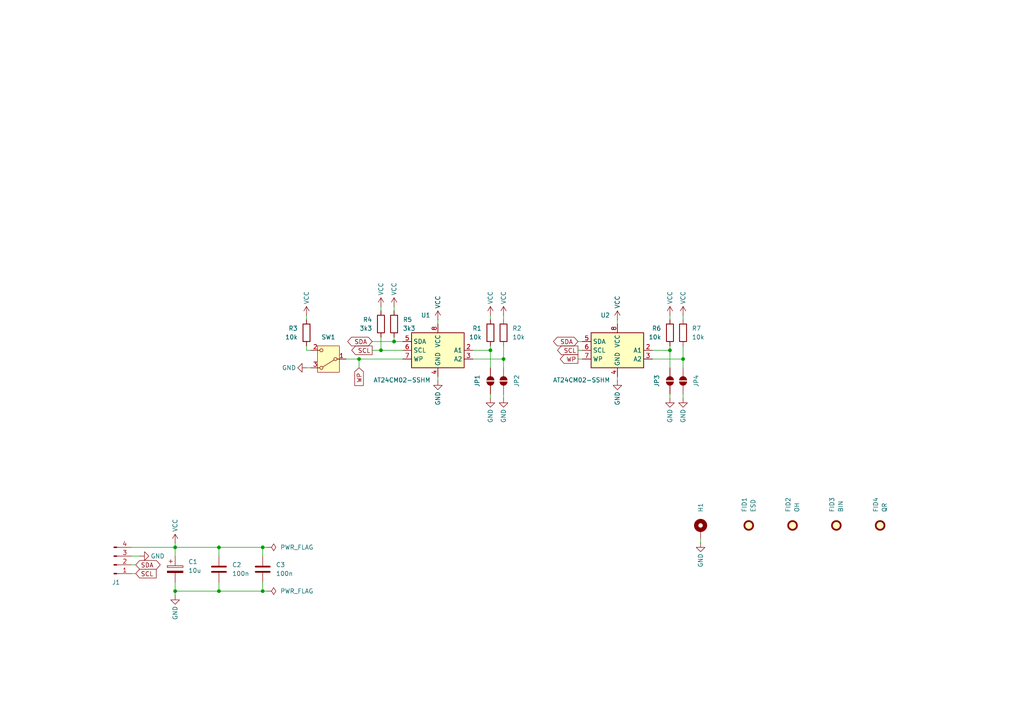
<source format=kicad_sch>
(kicad_sch (version 20250114) (generator "eeschema") (generator_version "9.0")
  (paper "A4")
  (title_block (title "${acronym} - ${title}") (date "${date}") (rev "${revision}") (company "${company}") (comment 1 "${creator}") (comment 2 "${license}"))
  (lib_symbols
    (symbol "Connector:Conn_01x04_Pin" (pin_names (offset 1.016) (hide yes))
      (property "Reference" "J" (at 0 5.08 0))
      (property "Value" "Conn_01x04_Pin" (at 0 -7.62 0))
      (symbol "Conn_01x04_Pin_1_1"
        (rectangle (start 0.8636 2.667) (end 0 2.413) (stroke (width 0.1524)) (fill (type outline)))
        (rectangle (start 0.8636 0.127) (end 0 -0.127) (stroke (width 0.1524)) (fill (type outline)))
        (rectangle (start 0.8636 -2.413) (end 0 -2.667) (stroke (width 0.1524)) (fill (type outline)))
        (rectangle (start 0.8636 -4.953) (end 0 -5.207) (stroke (width 0.1524)) (fill (type outline)))
        (polyline (pts (xy 1.27 2.54) (xy 0.8636 2.54)) (stroke (width 0.1524)))
        (polyline (pts (xy 1.27 0) (xy 0.8636 0)) (stroke (width 0.1524)))
        (polyline (pts (xy 1.27 -2.54) (xy 0.8636 -2.54)) (stroke (width 0.1524)))
        (polyline (pts (xy 1.27 -5.08) (xy 0.8636 -5.08)) (stroke (width 0.1524)))
        (pin passive line (at 5.08 2.54 180) (length 3.81) (name "Pin_1") (number "1"))
        (pin passive line (at 5.08 0 180) (length 3.81) (name "Pin_2") (number "2"))
        (pin passive line (at 5.08 -2.54 180) (length 3.81) (name "Pin_3") (number "3"))
        (pin passive line (at 5.08 -5.08 180) (length 3.81) (name "Pin_4") (number "4"))
      )
    )
    (symbol "Device:C" (pin_numbers (hide yes)) (pin_names (offset 0.254))
      (property "Reference" "C" (at 0.635 2.54 0))
      (property "Value" "C" (at 0.635 -2.54 0))
      (symbol "C_0_1"
        (polyline (pts (xy -2.032 0.762) (xy 2.032 0.762)) (stroke (width 0.508)))
        (polyline (pts (xy -2.032 -0.762) (xy 2.032 -0.762)) (stroke (width 0.508)))
      )
      (symbol "C_1_1"
        (pin passive line (at 0 3.81 270) (length 2.794) (name "~") (number "1"))
        (pin passive line (at 0 -3.81 90) (length 2.794) (name "~") (number "2"))
      )
    )
    (symbol "Device:C_Polarized" (pin_numbers (hide yes)) (pin_names (offset 0.254))
      (property "Reference" "C" (at 0.635 2.54 0))
      (property "Value" "C_Polarized" (at 0.635 -2.54 0))
      (symbol "C_Polarized_0_1"
        (rectangle (start -2.286 0.508) (end 2.286 1.016))
        (polyline (pts (xy -1.778 2.286) (xy -0.762 2.286)))
        (polyline (pts (xy -1.27 2.794) (xy -1.27 1.778)))
        (rectangle (start 2.286 -0.508) (end -2.286 -1.016) (fill (type outline)))
      )
      (symbol "C_Polarized_1_1"
        (pin passive line (at 0 3.81 270) (length 2.794) (name "~") (number "1"))
        (pin passive line (at 0 -3.81 90) (length 2.794) (name "~") (number "2"))
      )
    )
    (symbol "Device:R" (pin_numbers (hide yes)) (pin_names (offset 0))
      (property "Reference" "R" (at 2.032 0 90))
      (property "Value" "R" (at 0 0 90))
      (symbol "R_0_1"
        (rectangle (start -1.016 -2.54) (end 1.016 2.54) (stroke (width 0.254)))
      )
      (symbol "R_1_1"
        (pin passive line (at 0 3.81 270) (length 1.27) (name "~") (number "1"))
        (pin passive line (at 0 -3.81 90) (length 1.27) (name "~") (number "2"))
      )
    )
    (symbol "Jumper:SolderJumper_2_Open" (pin_numbers (hide yes)) (pin_names (offset 0) (hide yes)) (in_bom no)
      (property "Reference" "JP" (at 0 2.032 0))
      (property "Value" "SolderJumper_2_Open" (at 0 -2.54 0))
      (symbol "SolderJumper_2_Open_0_1"
        (polyline (pts (xy -0.254 1.016) (xy -0.254 -1.016)))
        (arc (start -0.254 -1.016) (mid -1.2656 0) (end -0.254 1.016))
        (arc (start -0.254 -1.016) (mid -1.2656 0) (end -0.254 1.016) (fill (type outline)))
        (arc (start 0.254 1.016) (mid 1.2656 0) (end 0.254 -1.016))
        (arc (start 0.254 1.016) (mid 1.2656 0) (end 0.254 -1.016) (fill (type outline)))
        (polyline (pts (xy 0.254 1.016) (xy 0.254 -1.016)))
      )
      (symbol "SolderJumper_2_Open_1_1"
        (pin passive line (at -3.81 0 0) (length 2.54) (name "A") (number "1"))
        (pin passive line (at 3.81 0 180) (length 2.54) (name "B") (number "2"))
      )
    )
    (symbol "Mechanical:Fiducial"
      (property "Reference" "FID" (at 0 5.08 0))
      (property "Value" "Fiducial" (at 0 3.175 0))
      (symbol "Fiducial_0_1"
        (circle (center 0 0) (radius 1.27) (stroke (width 0.508)) (fill (type background)))
      )
    )
    (symbol "Mechanical:MountingHole_Pad" (pin_numbers (hide yes)) (pin_names (offset 1.016) (hide yes)) (in_bom no)
      (property "Reference" "H" (at 0 6.35 0))
      (property "Value" "MountingHole_Pad" (at 0 4.445 0))
      (symbol "MountingHole_Pad_0_1"
        (circle (center 0 1.27) (radius 1.27) (stroke (width 1.27)))
      )
      (symbol "MountingHole_Pad_1_1"
        (pin input line (at 0 -2.54 90) (length 2.54) (name "1") (number "1"))
      )
    )
    (symbol "Memory_EEPROM:AT24CS04-SSHM"
      (property "Reference" "U" (at -7.62 6.35 0))
      (property "Value" "AT24CS04-SSHM" (at 2.54 -6.35 0))
      (symbol "AT24CS04-SSHM_1_1"
        (rectangle (start -7.62 5.08) (end 7.62 -5.08) (stroke (width 0.254)) (fill (type background)))
        (pin input line (at -10.16 0 0) (length 2.54) (name "A1") (number "2"))
        (pin input line (at -10.16 -2.54 0) (length 2.54) (name "A2") (number "3"))
        (pin no_connect line (at -7.62 2.54 0) (length 2.54) (hide yes) (name "NC") (number "1"))
        (pin power_in line (at 0 7.62 270) (length 2.54) (name "VCC") (number "8"))
        (pin power_in line (at 0 -7.62 90) (length 2.54) (name "GND") (number "4"))
        (pin bidirectional line (at 10.16 2.54 180) (length 2.54) (name "SDA") (number "5"))
        (pin input line (at 10.16 0 180) (length 2.54) (name "SCL") (number "6"))
        (pin input line (at 10.16 -2.54 180) (length 2.54) (name "WP") (number "7"))
      )
    )
    (symbol "Switch:SW_Wuerth_450301014042" (pin_names (offset 1) (hide yes))
      (property "Reference" "SW" (at 0 5.08 0))
      (property "Value" "SW_Wuerth_450301014042" (at 0 -5.08 0))
      (symbol "SW_Wuerth_450301014042_0_1"
        (circle (center -2.032 0) (radius 0.4572))
        (polyline (pts (xy -1.651 0.254) (xy 1.651 2.286)))
        (circle (center 2.032 2.54) (radius 0.4572))
        (circle (center 2.032 -2.54) (radius 0.4572))
      )
      (symbol "SW_Wuerth_450301014042_1_1"
        (rectangle (start -3.175 3.81) (end 3.175 -3.81) (fill (type background)))
        (pin passive line (at -5.08 0 0) (length 2.54) (name "B") (number "1"))
        (pin passive line (at 5.08 2.54 180) (length 2.54) (name "A") (number "3"))
        (pin passive line (at 5.08 -2.54 180) (length 2.54) (name "C") (number "2"))
      )
    )
    (symbol "power:GND" (power) (pin_numbers (hide yes)) (pin_names (offset 0) (hide yes))
      (property "Value" "GND" (at 0 -3.81 0))
      (symbol "GND_0_1"
        (polyline (pts (xy 0 0) (xy 0 -1.27) (xy 1.27 -1.27) (xy 0 -2.54) (xy -1.27 -1.27) (xy 0 -1.27)))
      )
      (symbol "GND_1_1"
        (pin power_in line (at 0 0 270) (length 0) (name "~") (number "1"))
      )
    )
    (symbol "power:PWR_FLAG" (power) (pin_numbers (hide yes)) (pin_names (offset 0) (hide yes))
      (property "Value" "PWR_FLAG" (at 0 3.81 0))
      (symbol "PWR_FLAG_0_0"
        (pin power_out line (at 0 0 90) (length 0) (name "~") (number "1"))
      )
      (symbol "PWR_FLAG_0_1"
        (polyline (pts (xy 0 0) (xy 0 1.27) (xy -1.016 1.905) (xy 0 2.54) (xy 1.016 1.905) (xy 0 1.27)))
      )
    )
    (symbol "power:VCC" (power) (pin_numbers (hide yes)) (pin_names (offset 0) (hide yes))
      (property "Value" "VCC" (at 0 3.556 0))
      (symbol "VCC_0_1"
        (polyline (pts (xy -0.762 1.27) (xy 0 2.54)))
        (polyline (pts (xy 0 2.54) (xy 0.762 1.27)))
        (polyline (pts (xy 0 0) (xy 0 2.54)))
      )
      (symbol "VCC_1_1"
        (pin power_in line (at 0 0 90) (length 0) (name "~") (number "1"))
      )
    )
  )
  (junction (at 194.31 101.6))
  (junction (at 63.5 171.45))
  (junction (at 110.49 101.6))
  (junction (at 104.14 104.14))
  (junction (at 76.2 171.45))
  (junction (at 198.12 104.14))
  (junction (at 142.24 101.6))
  (junction (at 76.2 158.75))
  (junction (at 146.05 104.14))
  (junction (at 50.8 158.75))
  (junction (at 63.5 158.75))
  (junction (at 114.3 99.06))
  (junction (at 50.8 171.45))
  (wire (pts (xy 189.23 104.14) (xy 198.12 104.14)))
  (wire (pts (xy 110.49 97.79) (xy 110.49 101.6)))
  (wire (pts (xy 63.5 171.45) (xy 76.2 171.45)))
  (wire (pts (xy 104.14 104.14) (xy 104.14 106.68)))
  (wire (pts (xy 127 92.71) (xy 127 93.98)))
  (wire (pts (xy 76.2 161.29) (xy 76.2 158.75)))
  (wire (pts (xy 146.05 114.3) (xy 146.05 115.57)))
  (wire (pts (xy 114.3 88.9) (xy 114.3 90.17)))
  (wire (pts (xy 88.9 100.33) (xy 88.9 101.6)))
  (wire (pts (xy 107.95 101.6) (xy 110.49 101.6)))
  (wire (pts (xy 114.3 97.79) (xy 114.3 99.06)))
  (wire (pts (xy 38.1 161.29) (xy 40.64 161.29)))
  (wire (pts (xy 76.2 171.45) (xy 77.47 171.45)))
  (wire (pts (xy 38.1 163.83) (xy 39.37 163.83)))
  (wire (pts (xy 137.16 104.14) (xy 146.05 104.14)))
  (wire (pts (xy 110.49 101.6) (xy 116.84 101.6)))
  (wire (pts (xy 142.24 91.44) (xy 142.24 92.71)))
  (wire (pts (xy 179.07 92.71) (xy 179.07 93.98)))
  (wire (pts (xy 50.8 157.48) (xy 50.8 158.75)))
  (wire (pts (xy 203.2 156.21) (xy 203.2 157.48)))
  (wire (pts (xy 50.8 171.45) (xy 63.5 171.45)))
  (wire (pts (xy 194.31 114.3) (xy 194.31 115.57)))
  (wire (pts (xy 189.23 101.6) (xy 194.31 101.6)))
  (wire (pts (xy 127 109.22) (xy 127 110.49)))
  (wire (pts (xy 167.64 101.6) (xy 168.91 101.6)))
  (wire (pts (xy 194.31 91.44) (xy 194.31 92.71)))
  (wire (pts (xy 179.07 109.22) (xy 179.07 110.49)))
  (wire (pts (xy 146.05 104.14) (xy 146.05 106.68)))
  (wire (pts (xy 38.1 166.37) (xy 39.37 166.37)))
  (wire (pts (xy 63.5 161.29) (xy 63.5 158.75)))
  (wire (pts (xy 142.24 114.3) (xy 142.24 115.57)))
  (wire (pts (xy 38.1 158.75) (xy 50.8 158.75)))
  (wire (pts (xy 88.9 91.44) (xy 88.9 92.71)))
  (wire (pts (xy 104.14 104.14) (xy 116.84 104.14)))
  (wire (pts (xy 167.64 104.14) (xy 168.91 104.14)))
  (wire (pts (xy 142.24 101.6) (xy 142.24 106.68)))
  (wire (pts (xy 142.24 100.33) (xy 142.24 101.6)))
  (wire (pts (xy 76.2 168.91) (xy 76.2 171.45)))
  (wire (pts (xy 198.12 114.3) (xy 198.12 115.57)))
  (wire (pts (xy 63.5 168.91) (xy 63.5 171.45)))
  (wire (pts (xy 100.33 104.14) (xy 104.14 104.14)))
  (wire (pts (xy 198.12 104.14) (xy 198.12 106.68)))
  (wire (pts (xy 107.95 99.06) (xy 114.3 99.06)))
  (wire (pts (xy 110.49 88.9) (xy 110.49 90.17)))
  (wire (pts (xy 76.2 158.75) (xy 77.47 158.75)))
  (wire (pts (xy 63.5 158.75) (xy 76.2 158.75)))
  (wire (pts (xy 194.31 100.33) (xy 194.31 101.6)))
  (wire (pts (xy 50.8 158.75) (xy 63.5 158.75)))
  (wire (pts (xy 194.31 101.6) (xy 194.31 106.68)))
  (wire (pts (xy 146.05 91.44) (xy 146.05 92.71)))
  (wire (pts (xy 50.8 172.72) (xy 50.8 171.45)))
  (wire (pts (xy 198.12 91.44) (xy 198.12 92.71)))
  (wire (pts (xy 88.9 101.6) (xy 90.17 101.6)))
  (wire (pts (xy 114.3 99.06) (xy 116.84 99.06)))
  (wire (pts (xy 50.8 168.91) (xy 50.8 171.45)))
  (wire (pts (xy 90.17 106.68) (xy 88.9 106.68)))
  (wire (pts (xy 167.64 99.06) (xy 168.91 99.06)))
  (wire (pts (xy 50.8 158.75) (xy 50.8 161.29)))
  (wire (pts (xy 146.05 100.33) (xy 146.05 104.14)))
  (wire (pts (xy 198.12 100.33) (xy 198.12 104.14)))
  (wire (pts (xy 137.16 101.6) (xy 142.24 101.6)))
  (global_label "SCL" (shape output) (at 167.64 101.6 180) (property "Intersheetrefs" "${INTERSHEET_REFS}" (effects (hide yes))))
  (global_label "WP" (shape input) (at 104.14 106.68 270) (property "Intersheetrefs" "${INTERSHEET_REFS}" (effects (hide yes))))
  (global_label "SDA" (shape bidirectional) (at 107.95 99.06 180) (property "Intersheetrefs" "${INTERSHEET_REFS}" (effects (hide yes))))
  (global_label "SCL" (shape input) (at 39.37 166.37 0) (property "Intersheetrefs" "${INTERSHEET_REFS}" (effects (hide yes))))
  (global_label "SDA" (shape bidirectional) (at 39.37 163.83 0) (property "Intersheetrefs" "${INTERSHEET_REFS}" (effects (hide yes))))
  (global_label "SDA" (shape bidirectional) (at 167.64 99.06 180) (property "Intersheetrefs" "${INTERSHEET_REFS}" (effects (hide yes))))
  (global_label "WP" (shape output) (at 167.64 104.14 180) (property "Intersheetrefs" "${INTERSHEET_REFS}" (effects (hide yes))))
  (global_label "SCL" (shape output) (at 107.95 101.6 180) (property "Intersheetrefs" "${INTERSHEET_REFS}" (effects (hide yes))))
  (symbol (lib_id "Mechanical:Fiducial") (at 255.27 152.4 0) (unit 1) (in_bom no)
    (property "Reference" "FID4" (at 254 148.59 90) (effects (justify left)))
    (property "Value" "QR" (at 256.54 148.59 90) (effects (justify left)))
    (property "Footprint" "Images:QR_0x007e_very_small" (effects (hide yes)))
  )
  (symbol (lib_id "power:VCC") (at 110.49 88.9 0) (unit 1)
    (property "Reference" "#PWR012" (effects (hide yes)))
    (property "Value" "VCC" (at 110.49 83.82 90))
    (property "Description" "Power symbol creates a global label with name \"VCC\"" (effects (hide yes)))
  )
  (symbol (lib_id "power:VCC") (at 198.12 91.44 0) (unit 1)
    (property "Reference" "#PWR018" (effects (hide yes)))
    (property "Value" "VCC" (at 198.12 86.36 90))
    (property "Description" "Power symbol creates a global label with name \"VCC\"" (effects (hide yes)))
  )
  (symbol (lib_id "Device:C") (at 63.5 165.1 0) (unit 1) (in_bom no)
    (property "Reference" "C2" (at 67.31 163.8299 0) (effects (justify left)))
    (property "Value" "100n" (at 67.31 166.3699 0) (effects (justify left)))
    (property "Footprint" "Capacitor_SMD:C_1206_3216Metric" (effects (hide yes)))
    (property "Description" "Unpolarized capacitor" (effects (hide yes)))
    (property "Vendor" "HTL" (effects (hide yes)))
    (property "VendorId" "100128" (effects (hide yes)))
  )
  (symbol (lib_id "power:VCC") (at 127 92.71 0) (unit 1)
    (property "Reference" "#PWR05" (effects (hide yes)))
    (property "Value" "VCC" (at 127 87.63 90))
    (property "Description" "Power symbol creates a global label with name \"VCC\"" (effects (hide yes)))
  )
  (symbol (lib_id "Jumper:SolderJumper_2_Open") (at 198.12 110.49 270) (mirror x) (unit 1) (in_bom no)
    (property "Reference" "JP4" (at 201.93 110.49 0))
    (property "Value" "SolderJumper_2_Open" (effects (hide yes)))
    (property "Footprint" "Jumper:SolderJumper-2_P1.3mm_Open_RoundedPad1.0x1.5mm" (effects (hide yes)))
    (property "Description" "Solder Jumper, 2-pole, open" (effects (hide yes)))
  )
  (symbol (lib_id "Device:R") (at 114.3 93.98 0) (mirror y) (unit 1)
    (property "Reference" "R5" (at 116.84 92.7099 0) (effects (justify right)))
    (property "Value" "3k3" (at 116.84 95.2499 0) (effects (justify right)))
    (property "Footprint" "Resistor_SMD:R_1206_3216Metric" (effects (hide yes)))
    (property "Description" "Resistor" (effects (hide yes)))
    (property "Vendor" "HTL" (effects (hide yes)))
    (property "VendorId" "102959" (effects (hide yes)))
  )
  (symbol (lib_id "Device:R") (at 142.24 96.52 0) (unit 1)
    (property "Reference" "R1" (at 139.7 95.2499 0) (effects (justify right)))
    (property "Value" "10k" (at 139.7 97.7899 0) (effects (justify right)))
    (property "Footprint" "Resistor_SMD:R_1206_3216Metric" (effects (hide yes)))
    (property "Description" "Resistor" (effects (hide yes)))
    (property "Vendor" "HTL" (effects (hide yes)))
    (property "VendorId" "102967" (effects (hide yes)))
  )
  (symbol (lib_id "power:VCC") (at 50.8 157.48 0) (unit 1)
    (property "Reference" "#PWR07" (effects (hide yes)))
    (property "Value" "VCC" (at 50.8 152.4 90))
    (property "Description" "Power symbol creates a global label with name \"VCC\"" (effects (hide yes)))
  )
  (symbol (lib_id "Mechanical:MountingHole_Pad") (at 203.2 153.67 0) (unit 1) (in_bom no)
    (property "Reference" "H1" (at 203.2 148.59 90) (effects (justify left)))
    (property "Value" "MountingHole_Pad" (effects (hide yes)))
    (property "Footprint" "MountingHole:MountingHole_2.7mm_M2.5_DIN965_Pad" (effects (hide yes)))
    (property "Description" "Mounting Hole with connection" (effects (hide yes)))
  )
  (symbol (lib_id "power:VCC") (at 194.31 91.44 0) (unit 1)
    (property "Reference" "#PWR016" (effects (hide yes)))
    (property "Value" "VCC" (at 194.31 86.36 90))
    (property "Description" "Power symbol creates a global label with name \"VCC\"" (effects (hide yes)))
  )
  (symbol (lib_id "power:GND") (at 203.2 157.48 0) (unit 1)
    (property "Reference" "#PWR022" (effects (hide yes)))
    (property "Value" "GND" (at 203.2 162.56 90))
    (property "Description" "Power symbol creates a global label with name \"GND\" , ground" (effects (hide yes)))
  )
  (symbol (lib_id "Jumper:SolderJumper_2_Open") (at 142.24 110.49 90) (unit 1) (in_bom no)
    (property "Reference" "JP1" (at 138.43 110.49 0))
    (property "Value" "SolderJumper_2_Open" (effects (hide yes)))
    (property "Footprint" "Jumper:SolderJumper-2_P1.3mm_Open_RoundedPad1.0x1.5mm" (effects (hide yes)))
    (property "Description" "Solder Jumper, 2-pole, open" (effects (hide yes)))
  )
  (symbol (lib_id "Device:R") (at 146.05 96.52 0) (mirror y) (unit 1)
    (property "Reference" "R2" (at 148.59 95.2499 0) (effects (justify right)))
    (property "Value" "10k" (at 148.59 97.7899 0) (effects (justify right)))
    (property "Footprint" "Resistor_SMD:R_1206_3216Metric" (effects (hide yes)))
    (property "Description" "Resistor" (effects (hide yes)))
    (property "Vendor" "HTL" (effects (hide yes)))
    (property "VendorId" "102967" (effects (hide yes)))
  )
  (symbol (lib_id "power:GND") (at 142.24 115.57 0) (unit 1)
    (property "Reference" "#PWR01" (effects (hide yes)))
    (property "Value" "GND" (at 142.24 120.65 90))
    (property "Description" "Power symbol creates a global label with name \"GND\" , ground" (effects (hide yes)))
  )
  (symbol (lib_id "power:GND") (at 88.9 106.68 270) (unit 1)
    (property "Reference" "#PWR011" (effects (hide yes)))
    (property "Value" "GND" (at 83.82 106.68 90))
    (property "Description" "Power symbol creates a global label with name \"GND\" , ground" (effects (hide yes)))
  )
  (symbol (lib_id "Device:R") (at 110.49 93.98 0) (unit 1)
    (property "Reference" "R4" (at 107.95 92.7099 0) (effects (justify right)))
    (property "Value" "3k3" (at 107.95 95.2499 0) (effects (justify right)))
    (property "Footprint" "Resistor_SMD:R_1206_3216Metric" (effects (hide yes)))
    (property "Description" "Resistor" (effects (hide yes)))
    (property "Vendor" "HTL" (effects (hide yes)))
    (property "VendorId" "102959" (effects (hide yes)))
  )
  (symbol (lib_id "power:GND") (at 127 110.49 0) (unit 1)
    (property "Reference" "#PWR06" (effects (hide yes)))
    (property "Value" "GND" (at 127 115.57 90))
    (property "Description" "Power symbol creates a global label with name \"GND\" , ground" (effects (hide yes)))
  )
  (symbol (lib_id "Device:R") (at 88.9 96.52 0) (unit 1)
    (property "Reference" "R3" (at 86.36 95.2499 0) (effects (justify right)))
    (property "Value" "10k" (at 86.36 97.7899 0) (effects (justify right)))
    (property "Footprint" "Resistor_SMD:R_1206_3216Metric" (effects (hide yes)))
    (property "Description" "Resistor" (effects (hide yes)))
    (property "Vendor" "HTL" (effects (hide yes)))
    (property "VendorId" "102967" (effects (hide yes)))
  )
  (symbol (lib_id "power:GND") (at 50.8 172.72 0) (unit 1)
    (property "Reference" "#PWR08" (effects (hide yes)))
    (property "Value" "GND" (at 50.8 177.8 90))
    (property "Description" "Power symbol creates a global label with name \"GND\" , ground" (effects (hide yes)))
  )
  (symbol (lib_id "Device:C_Polarized") (at 50.8 165.1 0) (unit 1) (in_bom no)
    (property "Reference" "C1" (at 54.61 162.9409 0) (effects (justify left)))
    (property "Value" "10u" (at 54.61 165.4809 0) (effects (justify left)))
    (property "Footprint" "Capacitor_Tantalum_SMD:CP_EIA-6032-28_Kemet-C" (effects (hide yes)))
    (property "Description" "Polarized capacitor" (effects (hide yes)))
    (property "Vendor" "HTL" (effects (hide yes)))
    (property "VendorId" "100140" (effects (hide yes)))
  )
  (symbol (lib_id "Device:R") (at 198.12 96.52 0) (mirror y) (unit 1)
    (property "Reference" "R7" (at 200.66 95.2499 0) (effects (justify right)))
    (property "Value" "10k" (at 200.66 97.7899 0) (effects (justify right)))
    (property "Footprint" "Resistor_SMD:R_1206_3216Metric" (effects (hide yes)))
    (property "Description" "Resistor" (effects (hide yes)))
    (property "Vendor" "HTL" (effects (hide yes)))
    (property "VendorId" "102967" (effects (hide yes)))
  )
  (symbol (lib_id "power:GND") (at 40.64 161.29 90) (unit 1)
    (property "Reference" "#PWR09" (effects (hide yes)))
    (property "Value" "GND" (at 45.72 161.29 90))
    (property "Description" "Power symbol creates a global label with name \"GND\" , ground" (effects (hide yes)))
  )
  (symbol (lib_id "Jumper:SolderJumper_2_Open") (at 194.31 110.49 90) (unit 1) (in_bom no)
    (property "Reference" "JP3" (at 190.5 110.49 0))
    (property "Value" "SolderJumper_2_Open" (effects (hide yes)))
    (property "Footprint" "Jumper:SolderJumper-2_P1.3mm_Open_RoundedPad1.0x1.5mm" (effects (hide yes)))
    (property "Description" "Solder Jumper, 2-pole, open" (effects (hide yes)))
  )
  (symbol (lib_id "power:VCC") (at 142.24 91.44 0) (unit 1)
    (property "Reference" "#PWR03" (effects (hide yes)))
    (property "Value" "VCC" (at 142.24 86.36 90))
    (property "Description" "Power symbol creates a global label with name \"VCC\"" (effects (hide yes)))
  )
  (symbol (lib_id "power:GND") (at 194.31 115.57 0) (unit 1)
    (property "Reference" "#PWR017" (effects (hide yes)))
    (property "Value" "GND" (at 194.31 120.65 90))
    (property "Description" "Power symbol creates a global label with name \"GND\" , ground" (effects (hide yes)))
  )
  (symbol (lib_id "Device:R") (at 194.31 96.52 0) (unit 1)
    (property "Reference" "R6" (at 191.77 95.2499 0) (effects (justify right)))
    (property "Value" "10k" (at 191.77 97.7899 0) (effects (justify right)))
    (property "Footprint" "Resistor_SMD:R_1206_3216Metric" (effects (hide yes)))
    (property "Description" "Resistor" (effects (hide yes)))
    (property "Vendor" "HTL" (effects (hide yes)))
    (property "VendorId" "102967" (effects (hide yes)))
  )
  (symbol (lib_id "power:PWR_FLAG") (at 77.47 158.75 270) (unit 1)
    (property "Reference" "#FLG01" (effects (hide yes)))
    (property "Value" "PWR_FLAG" (at 81.28 158.7499 90) (effects (justify left)))
    (property "Description" "Special symbol for telling ERC where power comes from" (effects (hide yes)))
  )
  (symbol (lib_id "Switch:SW_Wuerth_450301014042") (at 95.25 104.14 180) (unit 1)
    (property "Reference" "SW1" (at 95.25 97.79 0))
    (property "Value" "SW_Wuerth_450301014042" (effects (hide yes)))
    (property "Footprint" "Button_Switch_THT:SW_Slide-03_Wuerth-WS-SLTV_10x2.5x6.4_P2.54mm" (effects (hide yes)))
    (property "Datasheet" "https://www.we-online.com/components/products/datasheet/450301014042.pdf" (effects (hide yes)))
    (property "Description" "Switch slide, single pole double throw" (effects (hide yes)))
    (property "Vendor" "DigiKey" (effects (hide yes)))
    (property "VendorId" "2223-MSS-102545-28A-D-ND" (effects (hide yes)))
  )
  (symbol (lib_id "power:GND") (at 198.12 115.57 0) (unit 1)
    (property "Reference" "#PWR019" (effects (hide yes)))
    (property "Value" "GND" (at 198.12 120.65 90))
    (property "Description" "Power symbol creates a global label with name \"GND\" , ground" (effects (hide yes)))
  )
  (symbol (lib_id "Mechanical:Fiducial") (at 242.57 152.4 0) (unit 1) (in_bom no)
    (property "Reference" "FID3" (at 241.3 148.59 90) (effects (justify left)))
    (property "Value" "BIN" (at 243.84 148.59 90) (effects (justify left)))
    (property "Footprint" "Symbol:WEEE-Logo_4.2x6mm_SilkScreen" (effects (hide yes)))
  )
  (symbol (lib_id "power:VCC") (at 114.3 88.9 0) (unit 1)
    (property "Reference" "#PWR013" (effects (hide yes)))
    (property "Value" "VCC" (at 114.3 83.82 90))
    (property "Description" "Power symbol creates a global label with name \"VCC\"" (effects (hide yes)))
  )
  (symbol (lib_id "power:GND") (at 179.07 110.49 0) (unit 1)
    (property "Reference" "#PWR015" (effects (hide yes)))
    (property "Value" "GND" (at 179.07 115.57 90))
    (property "Description" "Power symbol creates a global label with name \"GND\" , ground" (effects (hide yes)))
  )
  (symbol (lib_id "Mechanical:Fiducial") (at 217.17 152.4 0) (unit 1) (in_bom no)
    (property "Reference" "FID1" (at 215.9 148.59 90) (effects (justify left)))
    (property "Value" "ESD" (at 218.44 148.59 90) (effects (justify left)))
    (property "Footprint" "Symbol:ESD-Logo_6.6x6mm_SilkScreen" (effects (hide yes)))
  )
  (symbol (lib_id "power:VCC") (at 146.05 91.44 0) (unit 1)
    (property "Reference" "#PWR04" (effects (hide yes)))
    (property "Value" "VCC" (at 146.05 86.36 90))
    (property "Description" "Power symbol creates a global label with name \"VCC\"" (effects (hide yes)))
  )
  (symbol (lib_id "power:VCC") (at 179.07 92.71 0) (unit 1)
    (property "Reference" "#PWR014" (effects (hide yes)))
    (property "Value" "VCC" (at 179.07 87.63 90))
    (property "Description" "Power symbol creates a global label with name \"VCC\"" (effects (hide yes)))
  )
  (symbol (lib_id "Memory_EEPROM:AT24CS04-SSHM") (at 179.07 101.6 0) (mirror y) (unit 1)
    (property "Reference" "U2" (at 176.9267 91.44 0) (effects (justify left)))
    (property "Value" "AT24CM02-SSHM" (at 168.656 110.236 0))
    (property "Footprint" "Package_SO:SOIC-8_3.9x4.9mm_P1.27mm" (effects (hide yes)))
    (property "Datasheet" "http://ww1.microchip.com/downloads/en/DeviceDoc/Atmel-8766-SEEPROM-AT24CS04-08-Datasheet.pdf" (effects (hide yes)))
    (property "Description" "I2C Serial EEPROM, 4Kb (512x8) with Unique Serial Number, SO8" (effects (hide yes)))
    (property "Vendor" "HTL" (effects (hide yes)))
    (property "VendorId" "103616" (effects (hide yes)))
  )
  (symbol (lib_id "Mechanical:Fiducial") (at 229.87 152.4 0) (unit 1) (in_bom no)
    (property "Reference" "FID2" (at 228.6 148.59 90) (effects (justify left)))
    (property "Value" "OH" (at 231.14 148.59 90) (effects (justify left)))
    (property "Footprint" "Symbol:OSHW-Logo_5.7x6mm_SilkScreen" (effects (hide yes)))
  )
  (symbol (lib_id "Memory_EEPROM:AT24CS04-SSHM") (at 127 101.6 0) (mirror y) (unit 1)
    (property "Reference" "U1" (at 124.8567 91.44 0) (effects (justify left)))
    (property "Value" "AT24CM02-SSHM" (at 116.586 110.236 0))
    (property "Footprint" "Package_SO:SOIC-8_3.9x4.9mm_P1.27mm" (effects (hide yes)))
    (property "Datasheet" "http://ww1.microchip.com/downloads/en/DeviceDoc/Atmel-8766-SEEPROM-AT24CS04-08-Datasheet.pdf" (effects (hide yes)))
    (property "Description" "I2C Serial EEPROM, 4Kb (512x8) with Unique Serial Number, SO8" (effects (hide yes)))
    (property "Vendor" "HTL" (effects (hide yes)))
    (property "VendorId" "103616" (effects (hide yes)))
  )
  (symbol (lib_id "Device:C") (at 76.2 165.1 0) (unit 1) (in_bom no)
    (property "Reference" "C3" (at 80.01 163.8299 0) (effects (justify left)))
    (property "Value" "100n" (at 80.01 166.3699 0) (effects (justify left)))
    (property "Footprint" "Capacitor_SMD:C_1206_3216Metric" (effects (hide yes)))
    (property "Description" "Unpolarized capacitor" (effects (hide yes)))
    (property "Vendor" "HTL" (effects (hide yes)))
    (property "VendorId" "100128" (effects (hide yes)))
  )
  (symbol (lib_id "power:VCC") (at 88.9 91.44 0) (unit 1)
    (property "Reference" "#PWR010" (effects (hide yes)))
    (property "Value" "VCC" (at 88.9 86.36 90))
    (property "Description" "Power symbol creates a global label with name \"VCC\"" (effects (hide yes)))
  )
  (symbol (lib_id "Jumper:SolderJumper_2_Open") (at 146.05 110.49 270) (mirror x) (unit 1) (in_bom no)
    (property "Reference" "JP2" (at 149.86 110.49 0))
    (property "Value" "SolderJumper_2_Open" (effects (hide yes)))
    (property "Footprint" "Jumper:SolderJumper-2_P1.3mm_Open_RoundedPad1.0x1.5mm" (effects (hide yes)))
    (property "Description" "Solder Jumper, 2-pole, open" (effects (hide yes)))
  )
  (symbol (lib_id "power:PWR_FLAG") (at 77.47 171.45 270) (unit 1)
    (property "Reference" "#FLG02" (effects (hide yes)))
    (property "Value" "PWR_FLAG" (at 81.28 171.4499 90) (effects (justify left)))
    (property "Description" "Special symbol for telling ERC where power comes from" (effects (hide yes)))
  )
  (symbol (lib_id "power:GND") (at 146.05 115.57 0) (unit 1)
    (property "Reference" "#PWR02" (effects (hide yes)))
    (property "Value" "GND" (at 146.05 120.65 90))
    (property "Description" "Power symbol creates a global label with name \"GND\" , ground" (effects (hide yes)))
  )
  (symbol (lib_id "Connector:Conn_01x04_Pin") (at 33.02 163.83 0) (mirror x) (unit 1)
    (property "Reference" "J1" (at 33.655 168.91 0))
    (property "Value" "Conn_01x04_Pin" (effects (hide yes)))
    (property "Footprint" "Connector_PinHeader_2.54mm:PinHeader_1x04_P2.54mm_Horizontal" (effects (hide yes)))
    (property "Description" "Generic connector, single row, 01x04, script generated" (effects (hide yes)))
    (property "Vendor" "HTL" (effects (hide yes)))
    (property "VendorId" "101523" (effects (hide yes)))
  )
)
</source>
